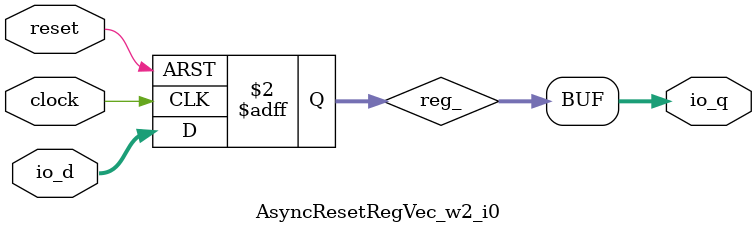
<source format=v>
module AsyncResetRegVec_w2_i0( // @[:freechips.rocketchip.system.DefaultRV32Config.fir@227153.2]
  input        clock, // @[:freechips.rocketchip.system.DefaultRV32Config.fir@227154.4]
  input        reset, // @[:freechips.rocketchip.system.DefaultRV32Config.fir@227155.4]
  input  [1:0] io_d, // @[:freechips.rocketchip.system.DefaultRV32Config.fir@227156.4]
  output [1:0] io_q // @[:freechips.rocketchip.system.DefaultRV32Config.fir@227156.4]
);
`ifdef RANDOMIZE_REG_INIT
  reg [31:0] _RAND_0;
`endif // RANDOMIZE_REG_INIT
  reg [1:0] reg_; // @[AsyncResetReg.scala 64:50:freechips.rocketchip.system.DefaultRV32Config.fir@227162.4]
  assign io_q = reg_; // @[AsyncResetReg.scala 68:8:freechips.rocketchip.system.DefaultRV32Config.fir@227166.4]
`ifdef RANDOMIZE_GARBAGE_ASSIGN
`define RANDOMIZE
`endif
`ifdef RANDOMIZE_INVALID_ASSIGN
`define RANDOMIZE
`endif
`ifdef RANDOMIZE_REG_INIT
`define RANDOMIZE
`endif
`ifdef RANDOMIZE_MEM_INIT
`define RANDOMIZE
`endif
`ifndef RANDOM
`define RANDOM $random
`endif
`ifdef RANDOMIZE_MEM_INIT
  integer initvar;
`endif
`ifndef SYNTHESIS
`ifdef FIRRTL_BEFORE_INITIAL
`FIRRTL_BEFORE_INITIAL
`endif
initial begin
  `ifdef RANDOMIZE
    `ifdef INIT_RANDOM
      `INIT_RANDOM
    `endif
    `ifndef VERILATOR
      `ifdef RANDOMIZE_DELAY
        #`RANDOMIZE_DELAY begin end
      `else
        #0.002 begin end
      `endif
    `endif
`ifdef RANDOMIZE_REG_INIT
  _RAND_0 = {1{`RANDOM}};
  reg_ = _RAND_0[1:0];
`endif // RANDOMIZE_REG_INIT
  if (reset) begin
    reg_ = 2'h0;
  end
  `endif // RANDOMIZE
end // initial
`ifdef FIRRTL_AFTER_INITIAL
`FIRRTL_AFTER_INITIAL
`endif
`endif // SYNTHESIS
  always @(posedge clock or posedge reset) begin
    if (reset) begin
      reg_ <= 2'h0;
    end else begin
      reg_ <= io_d;
    end
  end
endmodule

</source>
